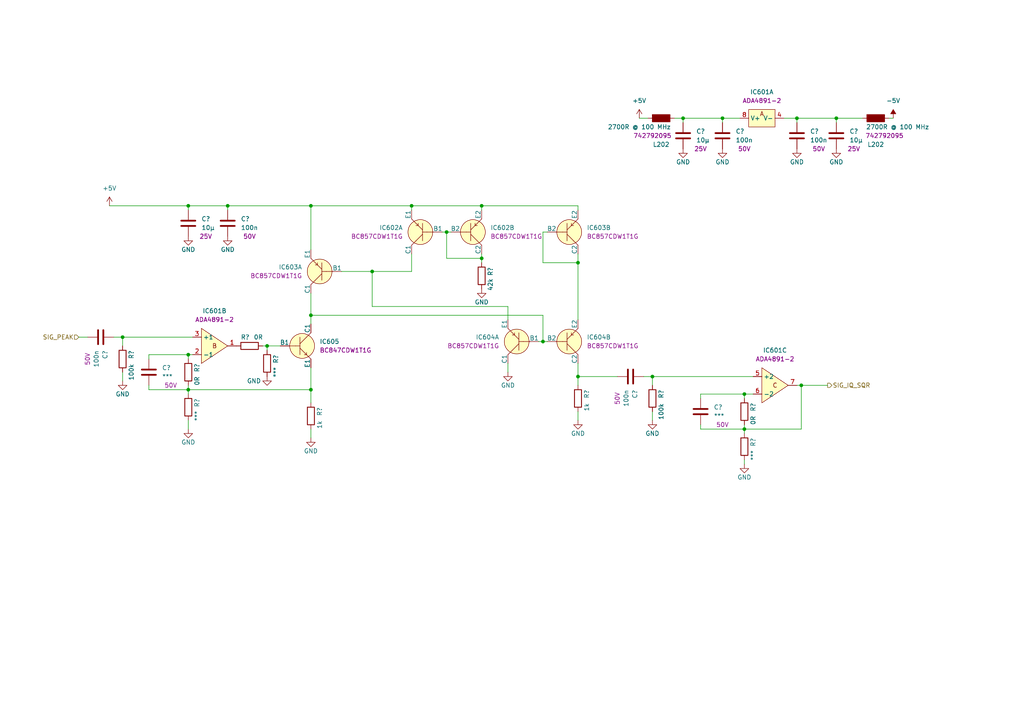
<source format=kicad_sch>
(kicad_sch (version 20230121) (generator eeschema)
  (paper "A4")
  (lib_symbols
    (symbol "ADA4891-2_1"
      (property "Reference" "IC" (at 0 10.16 0))
      (property "Part Number" "ADA4891-2" (at 0 7.62 0))
      (symbol "ADA4891-2_1_1_1"
        (rectangle (start -3.81 2.54) (end 3.81 -2.54) (fill (type background)))
        (text "A" (at 0 1.27 0) (effects (font (size 1.27 1.27))))
        (pin power_in line (at -6.35 0 0) (length 2.54) (name "V-") (number "4"))
        (pin power_in line (at 6.35 0 180) (length 2.54) (name "V+") (number "8"))
      )
      (symbol "ADA4891-2_1_2_1"
        (polyline (pts (xy -3.81 5.08) (xy -3.81 -5.08) (xy 3.81 0) (xy -3.81 5.08)) (fill (type background)))
        (text "B" (at 0 0 0) (effects (font (size 1.27 1.27))))
        (pin passive line (at 6.35 0 180) (length 2.54) (name "") (number "1"))
        (pin passive line (at -6.35 -2.54 0) (length 2.54) (name "-1") (number "2"))
        (pin passive line (at -6.35 2.54 0) (length 2.54) (name "+1") (number "3"))
      )
      (symbol "ADA4891-2_1_3_1"
        (polyline (pts (xy -3.81 5.08) (xy -3.81 -5.08) (xy 3.81 0) (xy -3.81 5.08)) (fill (type background)))
        (text "C" (at 0 0 0) (effects (font (size 1.27 1.27))))
        (pin input line (at -6.35 2.54 0) (length 2.54) (name "+2") (number "5"))
        (pin input line (at -6.35 -2.54 0) (length 2.54) (name "-2") (number "6"))
        (pin output line (at 6.35 0 180) (length 2.54) (name "") (number "7"))
      )
    )
    (symbol "ADA4891-2_2"
      (property "Reference" "IC" (at 0 10.16 0))
      (property "Part Number" "ADA4891-2" (at 0 7.62 0))
      (symbol "ADA4891-2_2_1_1"
        (rectangle (start -3.81 2.54) (end 3.81 -2.54) (fill (type background)))
        (text "A" (at 0 1.27 0) (effects (font (size 1.27 1.27))))
        (pin power_in line (at -6.35 0 0) (length 2.54) (name "V-") (number "4"))
        (pin power_in line (at 6.35 0 180) (length 2.54) (name "V+") (number "8"))
      )
      (symbol "ADA4891-2_2_2_1"
        (polyline (pts (xy -3.81 5.08) (xy -3.81 -5.08) (xy 3.81 0) (xy -3.81 5.08)) (fill (type background)))
        (text "B" (at 0 0 0) (effects (font (size 1.27 1.27))))
        (pin passive line (at 6.35 0 180) (length 2.54) (name "") (number "1"))
        (pin passive line (at -6.35 -2.54 0) (length 2.54) (name "-1") (number "2"))
        (pin passive line (at -6.35 2.54 0) (length 2.54) (name "+1") (number "3"))
      )
      (symbol "ADA4891-2_2_3_1"
        (polyline (pts (xy -3.81 5.08) (xy -3.81 -5.08) (xy 3.81 0) (xy -3.81 5.08)) (fill (type background)))
        (text "C" (at 0 0 0) (effects (font (size 1.27 1.27))))
        (pin input line (at -6.35 2.54 0) (length 2.54) (name "+2") (number "5"))
        (pin input line (at -6.35 -2.54 0) (length 2.54) (name "-2") (number "6"))
        (pin output line (at 6.35 0 180) (length 2.54) (name "") (number "7"))
      )
    )
    (symbol "BestParts_ICs:ADA4891-2"
      (property "Reference" "IC" (at 0 10.16 0))
      (property "Part Number" "ADA4891-2" (at 0 7.62 0))
      (symbol "ADA4891-2_1_1"
        (rectangle (start -3.81 2.54) (end 3.81 -2.54) (fill (type background)))
        (text "A" (at 0 1.27 0) (effects (font (size 1.27 1.27))))
        (pin power_in line (at -6.35 0 0) (length 2.54) (name "V-") (number "4"))
        (pin power_in line (at 6.35 0 180) (length 2.54) (name "V+") (number "8"))
      )
      (symbol "ADA4891-2_2_1"
        (polyline (pts (xy -3.81 5.08) (xy -3.81 -5.08) (xy 3.81 0) (xy -3.81 5.08)) (fill (type background)))
        (text "B" (at 0 0 0) (effects (font (size 1.27 1.27))))
        (pin passive line (at 6.35 0 180) (length 2.54) (name "") (number "1"))
        (pin passive line (at -6.35 -2.54 0) (length 2.54) (name "-1") (number "2"))
        (pin passive line (at -6.35 2.54 0) (length 2.54) (name "+1") (number "3"))
      )
      (symbol "ADA4891-2_3_1"
        (polyline (pts (xy -3.81 5.08) (xy -3.81 -5.08) (xy 3.81 0) (xy -3.81 5.08)) (fill (type background)))
        (text "C" (at 0 0 0) (effects (font (size 1.27 1.27))))
        (pin input line (at -6.35 2.54 0) (length 2.54) (name "+2") (number "5"))
        (pin input line (at -6.35 -2.54 0) (length 2.54) (name "-2") (number "6"))
        (pin output line (at 6.35 0 180) (length 2.54) (name "") (number "7"))
      )
    )
    (symbol "BestParts_ICs:BC847C-1" (pin_numbers hide) (pin_names (offset 0))
      (property "Reference" "IC" (at 0 15.24 0))
      (property "Part Number" "BC847CDW1T1G " (at 0 12.7 0))
      (symbol "BC847C-1_1_1"
        (polyline (pts (xy -1.905 0) (xy -3.81 0)))
        (polyline (pts (xy -0.635 -0.635) (xy 1.27 -2.54)))
        (polyline (pts (xy -0.635 0) (xy -1.905 0)))
        (polyline (pts (xy -0.635 0.635) (xy 1.27 2.54)))
        (polyline (pts (xy -0.635 2.54) (xy -0.635 -2.54)))
        (polyline (pts (xy 1.27 -2.54) (xy 0.635 -2.54)))
        (polyline (pts (xy 1.27 -2.54) (xy 1.27 -1.905)))
        (polyline (pts (xy 1.27 -2.54) (xy 2.54 -3.81)))
        (polyline (pts (xy 1.27 2.54) (xy 2.54 3.81)))
        (circle (center 0 0) (radius 3.5921) (fill (type background)))
        (pin passive line (at -6.35 0 0) (length 2.54) (name "B1") (number "1"))
        (pin passive line (at 2.54 -6.35 90) (length 2.54) (name "E1") (number "2"))
        (pin passive line (at 2.54 6.35 270) (length 2.54) (name "C1") (number "3"))
      )
    )
    (symbol "BestParts_ICs:BC857C-2" (pin_numbers hide) (pin_names (offset 0))
      (property "Reference" "IC" (at 0 15.24 0))
      (property "Part Number" "BC857CDW1T1G" (at 0 12.7 0))
      (symbol "BC857C-2_1_1"
        (polyline (pts (xy -1.905 0) (xy -3.81 0)))
        (polyline (pts (xy -0.635 -0.635) (xy 1.27 -2.54)))
        (polyline (pts (xy -0.635 0) (xy -1.905 0)))
        (polyline (pts (xy -0.635 0.635) (xy 1.27 2.54)))
        (polyline (pts (xy -0.635 2.54) (xy -0.635 -2.54)))
        (polyline (pts (xy 0.635 -1.905) (xy 0.635 -2.54)))
        (polyline (pts (xy 0.635 -1.905) (xy 1.27 -1.905)))
        (polyline (pts (xy 1.27 -2.54) (xy 2.54 -3.81)))
        (polyline (pts (xy 1.27 2.54) (xy 2.54 3.81)))
        (circle (center 0 0) (radius 3.5921) (fill (type background)))
        (pin passive line (at 2.54 6.35 270) (length 2.54) (name "C1") (number "3"))
        (pin passive line (at 2.54 -6.35 90) (length 2.54) (name "E1") (number "4"))
        (pin passive line (at -6.35 0 0) (length 2.54) (name "B1") (number "5"))
      )
      (symbol "BC857C-2_2_1"
        (polyline (pts (xy -1.905 0) (xy -3.81 0)))
        (polyline (pts (xy -0.635 -0.635) (xy 1.27 -2.54)))
        (polyline (pts (xy -0.635 0) (xy -1.905 0)))
        (polyline (pts (xy -0.635 0.635) (xy 1.27 2.54)))
        (polyline (pts (xy -0.635 2.54) (xy -0.635 -2.54)))
        (polyline (pts (xy 0.635 -1.905) (xy 0.635 -2.54)))
        (polyline (pts (xy 0.635 -1.905) (xy 1.27 -1.905)))
        (polyline (pts (xy 1.27 -2.54) (xy 2.54 -3.81)))
        (polyline (pts (xy 1.27 2.54) (xy 2.54 3.81)))
        (circle (center 0 0) (radius 3.5921) (fill (type background)))
        (pin passive line (at 2.54 -6.35 90) (length 2.54) (name "E2") (number "1"))
        (pin passive line (at -6.35 0 0) (length 2.54) (name "B2") (number "2"))
        (pin passive line (at 2.54 6.35 270) (length 2.54) (name "C2") (number "6"))
      )
    )
    (symbol "Device:C" (pin_numbers hide) (pin_names (offset 0.254))
      (property "Reference" "C" (at 0.635 2.54 0))
      (property "Value" "C" (at 0.635 -2.54 0))
      (symbol "C_0_1"
        (polyline (pts (xy -2.032 -0.762) (xy 2.032 -0.762)) (stroke (width 0.508)))
        (polyline (pts (xy -2.032 0.762) (xy 2.032 0.762)) (stroke (width 0.508)))
      )
      (symbol "C_1_1"
        (pin passive line (at 0 3.81 270) (length 2.794) (name "~") (number "1"))
        (pin passive line (at 0 -3.81 90) (length 2.794) (name "~") (number "2"))
      )
    )
    (symbol "Device:R" (pin_numbers hide) (pin_names (offset 0))
      (property "Reference" "R" (at 2.032 0 90))
      (property "Value" "R" (at 0 0 90))
      (symbol "R_0_1"
        (rectangle (start -1.016 -2.54) (end 1.016 2.54) (stroke (width 0.254)))
      )
      (symbol "R_1_1"
        (pin passive line (at 0 3.81 270) (length 1.27) (name "~") (number "1"))
        (pin passive line (at 0 -3.81 90) (length 1.27) (name "~") (number "2"))
      )
    )
    (symbol "Ferrit_1" (pin_numbers hide)
      (property "Reference" "L" (at 0 2.54 0))
      (symbol "Ferrit_1_1_1"
        (rectangle (start -2.54 1.016) (end 2.54 -1.016) (stroke (width 0.254)) (fill (type outline)))
        (pin passive line (at -3.81 0 0) (length 1.27) (name "") (number "1"))
        (pin passive line (at 3.81 0 180) (length 1.27) (name "") (number "2"))
      )
    )
    (symbol "power:+5V" (power) (pin_names (offset 0))
      (property "Value" "+5V" (at 0 3.556 0))
      (symbol "+5V_0_1"
        (polyline (pts (xy -0.762 1.27) (xy 0 2.54)))
        (polyline (pts (xy 0 0) (xy 0 2.54)))
        (polyline (pts (xy 0 2.54) (xy 0.762 1.27)))
      )
      (symbol "+5V_1_1"
        (pin power_in line (at 0 0 90) (length 0) hide (name "+5V") (number "1"))
      )
    )
    (symbol "power:-5V" (power) (pin_names (offset 0))
      (property "Value" "-5V" (at 0 3.81 0))
      (symbol "-5V_0_0"
        (pin power_in line (at 0 0 90) (length 0) hide (name "-5V") (number "1"))
      )
      (symbol "-5V_0_1"
        (polyline (pts (xy 0 0) (xy 0 1.27) (xy 0.762 1.27) (xy 0 2.54) (xy -0.762 1.27) (xy 0 1.27)) (fill (type outline)))
      )
    )
    (symbol "power:GND" (power) (pin_names (offset 0))
      (property "Value" "GND" (at 0 -3.81 0))
      (symbol "GND_0_1"
        (polyline (pts (xy 0 0) (xy 0 -1.27) (xy 1.27 -1.27) (xy 0 -2.54) (xy -1.27 -1.27) (xy 0 -1.27)))
      )
      (symbol "GND_1_1"
        (pin power_in line (at 0 0 270) (length 0) hide (name "GND") (number "1"))
      )
    )
  )
  (junction (at 90.17 91.44))
  (junction (at 232.41 111.76))
  (junction (at 139.7 74.93))
  (junction (at 54.61 102.87))
  (junction (at 157.48 99.06))
  (junction (at 90.17 113.03))
  (junction (at 35.56 97.79))
  (junction (at 198.12 34.29))
  (junction (at 215.9 114.3))
  (junction (at 119.38 59.69))
  (junction (at 66.04 59.69))
  (junction (at 215.9 124.46))
  (junction (at 129.54 67.31))
  (junction (at 54.61 113.03))
  (junction (at 167.64 109.22))
  (junction (at 242.57 34.29))
  (junction (at 231.14 34.29))
  (junction (at 139.7 59.69))
  (junction (at 54.61 59.69))
  (junction (at 90.17 59.69))
  (junction (at 167.64 76.2))
  (junction (at 189.23 109.22))
  (junction (at 209.55 34.29))
  (junction (at 77.47 100.33))
  (junction (at 107.95 78.74))
  (wire (pts (xy 242.57 34.29) (xy 242.57 35.56)))
  (wire (pts (xy 99.06 78.74) (xy 107.95 78.74)))
  (wire (pts (xy 43.18 102.87) (xy 43.18 104.14)))
  (wire (pts (xy 31.75 59.69) (xy 54.61 59.69)))
  (wire (pts (xy 215.9 114.3) (xy 218.44 114.3)))
  (wire (pts (xy 231.14 34.29) (xy 231.14 35.56)))
  (wire (pts (xy 198.12 34.29) (xy 209.55 34.29)))
  (wire (pts (xy 107.95 78.74) (xy 107.95 88.9)))
  (wire (pts (xy 128.27 67.31) (xy 129.54 67.31)))
  (wire (pts (xy 215.9 124.46) (xy 232.41 124.46)))
  (wire (pts (xy 54.61 111.76) (xy 54.61 113.03)))
  (wire (pts (xy 54.61 102.87) (xy 55.88 102.87)))
  (wire (pts (xy 54.61 113.03) (xy 90.17 113.03)))
  (wire (pts (xy 35.56 97.79) (xy 35.56 100.33)))
  (wire (pts (xy 227.33 34.29) (xy 231.14 34.29)))
  (wire (pts (xy 186.69 109.22) (xy 189.23 109.22)))
  (wire (pts (xy 195.58 34.29) (xy 198.12 34.29)))
  (wire (pts (xy 250.19 34.29) (xy 242.57 34.29)))
  (wire (pts (xy 90.17 59.69) (xy 119.38 59.69)))
  (wire (pts (xy 167.64 59.69) (xy 167.64 60.96)))
  (wire (pts (xy 259.08 34.29) (xy 257.81 34.29)))
  (wire (pts (xy 90.17 113.03) (xy 90.17 116.84)))
  (wire (pts (xy 147.32 88.9) (xy 147.32 92.71)))
  (wire (pts (xy 231.14 34.29) (xy 242.57 34.29)))
  (wire (pts (xy 119.38 59.69) (xy 119.38 60.96)))
  (wire (pts (xy 156.21 99.06) (xy 157.48 99.06)))
  (wire (pts (xy 107.95 88.9) (xy 147.32 88.9)))
  (wire (pts (xy 129.54 74.93) (xy 139.7 74.93)))
  (wire (pts (xy 167.64 109.22) (xy 179.07 109.22)))
  (wire (pts (xy 139.7 73.66) (xy 139.7 74.93)))
  (wire (pts (xy 43.18 113.03) (xy 43.18 111.76)))
  (wire (pts (xy 129.54 67.31) (xy 129.54 74.93)))
  (wire (pts (xy 203.2 124.46) (xy 203.2 123.19)))
  (wire (pts (xy 76.2 100.33) (xy 77.47 100.33)))
  (wire (pts (xy 157.48 76.2) (xy 167.64 76.2)))
  (wire (pts (xy 129.54 67.31) (xy 130.81 67.31)))
  (wire (pts (xy 215.9 114.3) (xy 215.9 115.57)))
  (wire (pts (xy 157.48 99.06) (xy 158.75 99.06)))
  (wire (pts (xy 54.61 59.69) (xy 54.61 60.96)))
  (wire (pts (xy 185.42 34.29) (xy 187.96 34.29)))
  (wire (pts (xy 157.48 67.31) (xy 157.48 76.2)))
  (wire (pts (xy 35.56 97.79) (xy 55.88 97.79)))
  (wire (pts (xy 139.7 59.69) (xy 167.64 59.69)))
  (wire (pts (xy 35.56 107.95) (xy 35.56 110.49)))
  (wire (pts (xy 54.61 59.69) (xy 66.04 59.69)))
  (wire (pts (xy 167.64 73.66) (xy 167.64 76.2)))
  (wire (pts (xy 90.17 59.69) (xy 90.17 72.39)))
  (wire (pts (xy 43.18 113.03) (xy 54.61 113.03)))
  (wire (pts (xy 167.64 109.22) (xy 167.64 111.76)))
  (wire (pts (xy 54.61 121.92) (xy 54.61 124.46)))
  (wire (pts (xy 203.2 114.3) (xy 203.2 115.57)))
  (wire (pts (xy 33.02 97.79) (xy 35.56 97.79)))
  (wire (pts (xy 139.7 59.69) (xy 139.7 60.96)))
  (wire (pts (xy 167.64 76.2) (xy 167.64 92.71)))
  (wire (pts (xy 198.12 34.29) (xy 198.12 35.56)))
  (wire (pts (xy 232.41 111.76) (xy 232.41 124.46)))
  (wire (pts (xy 54.61 113.03) (xy 54.61 114.3)))
  (wire (pts (xy 147.32 105.41) (xy 147.32 107.95)))
  (wire (pts (xy 22.86 97.79) (xy 25.4 97.79)))
  (wire (pts (xy 167.64 119.38) (xy 167.64 121.92)))
  (wire (pts (xy 203.2 124.46) (xy 215.9 124.46)))
  (wire (pts (xy 77.47 100.33) (xy 77.47 101.6)))
  (wire (pts (xy 232.41 111.76) (xy 240.03 111.76)))
  (wire (pts (xy 66.04 59.69) (xy 66.04 60.96)))
  (wire (pts (xy 119.38 59.69) (xy 139.7 59.69)))
  (wire (pts (xy 54.61 102.87) (xy 54.61 104.14)))
  (wire (pts (xy 215.9 133.35) (xy 215.9 134.62)))
  (wire (pts (xy 90.17 106.68) (xy 90.17 113.03)))
  (wire (pts (xy 157.48 67.31) (xy 158.75 67.31)))
  (wire (pts (xy 77.47 100.33) (xy 81.28 100.33)))
  (wire (pts (xy 157.48 91.44) (xy 157.48 99.06)))
  (wire (pts (xy 231.14 111.76) (xy 232.41 111.76)))
  (wire (pts (xy 90.17 85.09) (xy 90.17 91.44)))
  (wire (pts (xy 119.38 73.66) (xy 119.38 78.74)))
  (wire (pts (xy 107.95 78.74) (xy 119.38 78.74)))
  (wire (pts (xy 215.9 124.46) (xy 215.9 125.73)))
  (wire (pts (xy 189.23 119.38) (xy 189.23 121.92)))
  (wire (pts (xy 203.2 114.3) (xy 215.9 114.3)))
  (wire (pts (xy 209.55 34.29) (xy 214.63 34.29)))
  (wire (pts (xy 139.7 74.93) (xy 139.7 76.2)))
  (wire (pts (xy 90.17 124.46) (xy 90.17 127)))
  (wire (pts (xy 189.23 109.22) (xy 218.44 109.22)))
  (wire (pts (xy 66.04 59.69) (xy 90.17 59.69)))
  (wire (pts (xy 167.64 105.41) (xy 167.64 109.22)))
  (wire (pts (xy 189.23 109.22) (xy 189.23 111.76)))
  (wire (pts (xy 209.55 34.29) (xy 209.55 35.56)))
  (wire (pts (xy 43.18 102.87) (xy 54.61 102.87)))
  (wire (pts (xy 90.17 91.44) (xy 90.17 93.98)))
  (wire (pts (xy 90.17 91.44) (xy 157.48 91.44)))
  (wire (pts (xy 215.9 123.19) (xy 215.9 124.46)))
  (hierarchical_label "SIG_PEAK" (shape input) (at 22.86 97.79 180))
  (hierarchical_label "SIG_IQ_SQR" (shape output) (at 240.03 111.76 0))
  (symbol (lib_id "Device:R") (at 139.7 80.01 0) (unit 1)
    (property "Reference" "R?" (at 142.24 78.74 90))
    (property "Value" "42k" (at 142.24 82.55 90))
    (property "Footprint" "BestParts_Resistors:R_0603" (effects hide))
    (property "Part Number" "Generic" (effects hide))
    (instances (project "Analog_Calc_V2" (path "" (reference "R?") (unit 1)) (path "" (reference "R?") (unit 1)) (path "" (reference "R?") (unit 1)) (path "" (reference "R?") (unit 1)) (path "" (reference "R601") (unit 1))))
  )
  (symbol (lib_id "Device:C") (at 182.88 109.22 270) (unit 1)
    (property "Reference" "C?" (at 184.15 113.03 0) (effects (justify left)))
    (property "Value" "100n" (at 181.61 113.03 0) (effects (justify left)))
    (property "Footprint" "BestParts_Caps:C_0603" (effects hide))
    (property "Voltage" "50V" (at 179.07 115.57 0))
    (instances (project "Analog_Calc_V2" (path "" (reference "C?") (unit 1)) (path "" (reference "C?") (unit 1)) (path "" (reference "C421") (unit 1)) (path "" (reference "C506") (unit 1)) (path "" (reference "C710") (unit 1))))
  )
  (symbol (lib_id "Device:R") (at 167.64 115.57 0) (unit 1)
    (property "Reference" "R?" (at 170.18 114.3 90))
    (property "Value" "1k" (at 170.18 118.11 90))
    (property "Footprint" "BestParts_Resistors:R_0603" (effects hide))
    (property "Part Number" "Generic" (effects hide))
    (instances (project "Analog_Calc_V2" (path "" (reference "R?") (unit 1)) (path "" (reference "R?") (unit 1)) (path "" (reference "R?") (unit 1)) (path "" (reference "R?") (unit 1)) (path "" (reference "R603") (unit 1))))
  )
  (symbol (lib_name "ADA4891-2_1") (lib_id "BestParts_ICs:ADA4891-2") (at 224.79 111.76 0) (unit 3)
    (property "Reference" "IC601" (at 224.79 101.6 0))
    (property "Value" "*" (effects hide))
    (property "Footprint" "BestParts_ICs:ADA4891-2 - SOIC-8" (effects hide))
    (property "Part Number" "ADA4891-2" (at 224.79 104.14 0))
    (property "Manufacturer" "Analog Devices" (effects hide))
  )
  (symbol (lib_id "Device:C") (at 242.57 39.37 0) (unit 1)
    (property "Reference" "C?" (at 246.38 38.1 0) (effects (justify left)))
    (property "Value" "10µ" (at 246.38 40.64 0) (effects (justify left)))
    (property "Footprint" "BestParts_Caps:C_0603" (effects hide))
    (property "Voltage" "25V" (at 247.65 43.18 0))
    (instances (project "Analog_Calc_V2" (path "" (reference "C?") (unit 1)) (path "" (reference "C?") (unit 1)) (path "" (reference "C?") (unit 1)) (path "" (reference "C604") (unit 1))))
  )
  (symbol (lib_id "Device:R") (at 77.47 105.41 0) (unit 1)
    (property "Reference" "R?" (at 80.01 104.14 90))
    (property "Value" "***" (at 80.01 107.95 90))
    (property "Footprint" "BestParts_Resistors:R_0603" (effects hide))
    (property "Part Number" "Generic" (effects hide))
    (instances (project "Analog_Calc_V2" (path "" (reference "R?") (unit 1)) (path "" (reference "R?") (unit 1)) (path "" (reference "R?") (unit 1)) (path "" (reference "R?") (unit 1)) (path "" (reference "R711") (unit 1))))
  )
  (symbol (lib_id "power:GND") (at 54.61 68.58 0) (unit 1)
    (property "Reference" "#PWR?" (effects hide))
    (property "Value" "GND" (at 54.61 72.39 0))
    (instances (project "Analog_Calc_V2" (path "" (reference "#PWR?") (unit 1)) (path "" (reference "#PWR?") (unit 1)) (path "" (reference "#PWR0608") (unit 1))))
  )
  (symbol (lib_id "power:GND") (at 215.9 134.62 0) (unit 1)
    (property "Reference" "#PWR?" (effects hide))
    (property "Value" "GND" (at 215.9 138.43 0))
    (instances (project "Analog_Calc_V2" (path "" (reference "#PWR?") (unit 1)) (path "" (reference "#PWR?") (unit 1)) (path "" (reference "#PWR0712") (unit 1))))
  )
  (symbol (lib_id "Device:R") (at 90.17 120.65 0) (unit 1)
    (property "Reference" "R?" (at 92.71 119.38 90))
    (property "Value" "1k" (at 92.71 123.19 90))
    (property "Footprint" "BestParts_Resistors:R_0603" (effects hide))
    (property "Part Number" "Generic" (effects hide))
    (instances (project "Analog_Calc_V2" (path "" (reference "R?") (unit 1)) (path "" (reference "R?") (unit 1)) (path "" (reference "R?") (unit 1)) (path "" (reference "R?") (unit 1)) (path "" (reference "R602") (unit 1))))
  )
  (symbol (lib_id "power:-5V") (at 259.08 34.29 0) (unit 1)
    (property "Reference" "#PWR?" (effects hide))
    (property "Value" "-5V" (at 259.08 29.21 0))
    (instances (project "Analog_Calc_V2" (path "" (reference "#PWR?") (unit 1)) (path "" (reference "#PWR?") (unit 1)) (path "" (reference "#PWR0602") (unit 1))))
  )
  (symbol (lib_id "Device:C") (at 54.61 64.77 0) (unit 1)
    (property "Reference" "C?" (at 58.42 63.5 0) (effects (justify left)))
    (property "Value" "10µ" (at 58.42 66.04 0) (effects (justify left)))
    (property "Footprint" "BestParts_Caps:C_0603" (effects hide))
    (property "Voltage" "25V" (at 59.69 68.58 0))
    (instances (project "Analog_Calc_V2" (path "" (reference "C?") (unit 1)) (path "" (reference "C?") (unit 1)) (path "" (reference "C?") (unit 1)) (path "" (reference "C605") (unit 1))))
  )
  (symbol (lib_id "power:GND") (at 66.04 68.58 0) (unit 1)
    (property "Reference" "#PWR?" (effects hide))
    (property "Value" "GND" (at 66.04 72.39 0))
    (instances (project "Analog_Calc_V2" (path "" (reference "#PWR?") (unit 1)) (path "" (reference "#PWR?") (unit 1)) (path "" (reference "#PWR0609") (unit 1))))
  )
  (symbol (lib_id "power:+5V") (at 31.75 59.69 0) (unit 1)
    (property "Reference" "#PWR?" (effects hide))
    (property "Value" "+5V" (at 31.75 54.61 0))
    (instances (project "Analog_Calc_V2" (path "" (reference "#PWR?") (unit 1)) (path "" (reference "#PWR?") (unit 1)) (path "" (reference "#PWR0607") (unit 1))))
  )
  (symbol (lib_id "Device:C") (at 203.2 119.38 0) (unit 1)
    (property "Reference" "C?" (at 207.01 118.11 0) (effects (justify left)))
    (property "Value" "***" (at 207.01 120.65 0) (effects (justify left)))
    (property "Footprint" "BestParts_Caps:C_0603" (effects hide))
    (property "Voltage" "50V" (at 209.55 123.19 0))
    (instances (project "Analog_Calc_V2" (path "" (reference "C?") (unit 1)) (path "" (reference "C?") (unit 1)) (path "" (reference "C421") (unit 1)) (path "" (reference "C506") (unit 1)) (path "" (reference "C709") (unit 1))))
  )
  (symbol (lib_id "power:GND") (at 231.14 43.18 0) (unit 1)
    (property "Reference" "#PWR?" (effects hide))
    (property "Value" "GND" (at 231.14 46.99 0))
    (instances (project "Analog_Calc_V2" (path "" (reference "#PWR?") (unit 1)) (path "" (reference "#PWR?") (unit 1)) (path "" (reference "#PWR0605") (unit 1))))
  )
  (symbol (lib_id "BestParts_ICs:BC857C-2") (at 165.1 67.31 0) (mirror x) (unit 2)
    (property "Reference" "IC603" (at 170.18 66.04 0) (effects (justify left)))
    (property "Value" "*" (effects hide))
    (property "Footprint" "BestParts_ICs:BC847C-2 - SC-70-6" (effects hide))
    (property "Datasheet" "https://www.mouser.de/datasheet/2/308/1/BC856BDW1T1_D-2310270.pdf" (effects hide))
    (property "Part Number" "BC857CDW1T1G" (at 170.18 68.58 0) (effects (justify left)))
  )
  (symbol (lib_id "Device:C") (at 209.55 39.37 0) (unit 1)
    (property "Reference" "C?" (at 213.36 38.1 0) (effects (justify left)))
    (property "Value" "100n" (at 213.36 40.64 0) (effects (justify left)))
    (property "Footprint" "BestParts_Caps:C_0603" (effects hide))
    (property "Voltage" "50V" (at 215.9 43.18 0))
    (instances (project "Analog_Calc_V2" (path "" (reference "C?") (unit 1)) (path "" (reference "C?") (unit 1)) (path "" (reference "C?") (unit 1)) (path "" (reference "C602") (unit 1))))
  )
  (symbol (lib_id "Device:C") (at 66.04 64.77 0) (unit 1)
    (property "Reference" "C?" (at 69.85 63.5 0) (effects (justify left)))
    (property "Value" "100n" (at 69.85 66.04 0) (effects (justify left)))
    (property "Footprint" "BestParts_Caps:C_0603" (effects hide))
    (property "Voltage" "50V" (at 72.39 68.58 0))
    (instances (project "Analog_Calc_V2" (path "" (reference "C?") (unit 1)) (path "" (reference "C?") (unit 1)) (path "" (reference "C?") (unit 1)) (path "" (reference "C606") (unit 1))))
  )
  (symbol (lib_id "Device:R") (at 54.61 118.11 0) (unit 1)
    (property "Reference" "R?" (at 57.15 116.84 90))
    (property "Value" "***" (at 57.15 120.65 90))
    (property "Footprint" "BestParts_Resistors:R_0603" (effects hide))
    (property "Part Number" "Generic" (effects hide))
    (instances (project "Analog_Calc_V2" (path "" (reference "R?") (unit 1)) (path "" (reference "R?") (unit 1)) (path "" (reference "R?") (unit 1)) (path "" (reference "R?") (unit 1)) (path "" (reference "R709") (unit 1))))
  )
  (symbol (lib_id "BestParts_ICs:BC857C-2") (at 137.16 67.31 0) (mirror x) (unit 2)
    (property "Reference" "IC602" (at 142.24 66.04 0) (effects (justify left)))
    (property "Value" "*" (effects hide))
    (property "Footprint" "BestParts_ICs:BC847C-2 - SC-70-6" (effects hide))
    (property "Datasheet" "https://www.mouser.de/datasheet/2/308/1/BC856BDW1T1_D-2310270.pdf" (effects hide))
    (property "Part Number" "BC857CDW1T1G" (at 142.24 68.58 0) (effects (justify left)))
  )
  (symbol (lib_id "power:GND") (at 54.61 124.46 0) (unit 1)
    (property "Reference" "#PWR?" (effects hide))
    (property "Value" "GND" (at 54.61 128.27 0))
    (instances (project "Analog_Calc_V2" (path "" (reference "#PWR?") (unit 1)) (path "" (reference "#PWR?") (unit 1)) (path "" (reference "#PWR0710") (unit 1))))
  )
  (symbol (lib_id "Device:R") (at 35.56 104.14 0) (unit 1)
    (property "Reference" "R?" (at 38.1 102.87 90))
    (property "Value" "100k" (at 38.1 107.95 90))
    (property "Footprint" "BestParts_Resistors:R_0603" (effects hide))
    (property "Part Number" "Generic" (effects hide))
    (instances (project "Analog_Calc_V2" (path "" (reference "R?") (unit 1)) (path "" (reference "R?") (unit 1)) (path "" (reference "R?") (unit 1)) (path "" (reference "R506") (unit 1)) (path "" (reference "R707") (unit 1))))
  )
  (symbol (lib_id "power:+5V") (at 185.42 34.29 0) (unit 1)
    (property "Reference" "#PWR?" (effects hide))
    (property "Value" "+5V" (at 185.42 29.21 0))
    (instances (project "Analog_Calc_V2" (path "" (reference "#PWR?") (unit 1)) (path "" (reference "#PWR?") (unit 1)) (path "" (reference "#PWR0601") (unit 1))))
  )
  (symbol (lib_id "BestParts_ICs:BC857C-2") (at 165.1 99.06 0) (mirror x) (unit 2)
    (property "Reference" "IC604" (at 170.18 97.79 0) (effects (justify left)))
    (property "Value" "*" (effects hide))
    (property "Footprint" "BestParts_ICs:BC847C-2 - SC-70-6" (effects hide))
    (property "Datasheet" "https://www.mouser.de/datasheet/2/308/1/BC856BDW1T1_D-2310270.pdf" (effects hide))
    (property "Part Number" "BC857CDW1T1G" (at 170.18 100.33 0) (effects (justify left)))
  )
  (symbol (lib_id "Device:R") (at 215.9 129.54 0) (unit 1)
    (property "Reference" "R?" (at 218.44 128.27 90))
    (property "Value" "***" (at 218.44 132.08 90))
    (property "Footprint" "BestParts_Resistors:R_0603" (effects hide))
    (property "Part Number" "Generic" (effects hide))
    (instances (project "Analog_Calc_V2" (path "" (reference "R?") (unit 1)) (path "" (reference "R?") (unit 1)) (path "" (reference "R?") (unit 1)) (path "" (reference "R?") (unit 1)) (path "" (reference "R713") (unit 1))))
  )
  (symbol (lib_id "Device:C") (at 29.21 97.79 270) (unit 1)
    (property "Reference" "C?" (at 30.48 101.6 0) (effects (justify left)))
    (property "Value" "100n" (at 27.94 101.6 0) (effects (justify left)))
    (property "Footprint" "BestParts_Caps:C_0603" (effects hide))
    (property "Voltage" "50V" (at 25.4 104.14 0))
    (instances (project "Analog_Calc_V2" (path "" (reference "C?") (unit 1)) (path "" (reference "C?") (unit 1)) (path "" (reference "C421") (unit 1)) (path "" (reference "C506") (unit 1)) (path "" (reference "C707") (unit 1))))
  )
  (symbol (lib_id "Device:R") (at 189.23 115.57 0) (unit 1)
    (property "Reference" "R?" (at 191.77 114.3 90))
    (property "Value" "100k" (at 191.77 119.38 90))
    (property "Footprint" "BestParts_Resistors:R_0603" (effects hide))
    (property "Part Number" "Generic" (effects hide))
    (instances (project "Analog_Calc_V2" (path "" (reference "R?") (unit 1)) (path "" (reference "R?") (unit 1)) (path "" (reference "R?") (unit 1)) (path "" (reference "R506") (unit 1)) (path "" (reference "R714") (unit 1))))
  )
  (symbol (lib_id "power:GND") (at 189.23 121.92 0) (unit 1)
    (property "Reference" "#PWR?" (effects hide))
    (property "Value" "GND" (at 189.23 125.73 0))
    (instances (project "Analog_Calc_V2" (path "" (reference "#PWR?") (unit 1)) (path "" (reference "#PWR?") (unit 1)) (path "" (reference "#PWR0713") (unit 1))))
  )
  (symbol (lib_id "power:GND") (at 90.17 127 0) (unit 1)
    (property "Reference" "#PWR?" (effects hide))
    (property "Value" "GND" (at 90.17 130.81 0))
    (instances (project "Analog_Calc_V2" (path "" (reference "#PWR?") (unit 1)) (path "" (reference "#PWR?") (unit 1)) (path "" (reference "#PWR0612") (unit 1))))
  )
  (symbol (lib_id "BestParts_ICs:BC847C-1") (at 87.63 100.33 0) (unit 1)
    (property "Reference" "IC605" (at 92.71 99.06 0) (effects (justify left)))
    (property "Value" "*" (effects hide))
    (property "Footprint" "BestParts_ICs:BC847C-1 - SC-70-3" (effects hide))
    (property "Datasheet" "https://www.mouser.de/datasheet/2/308/1/BC846BDW1T1_D-2310328.pdf" (effects hide))
    (property "Part Number" "BC847CDW1T1G " (at 92.71 101.6 0) (effects (justify left)))
  )
  (symbol (lib_id "Device:R") (at 54.61 107.95 0) (unit 1)
    (property "Reference" "R?" (at 57.15 106.68 90))
    (property "Value" "0R" (at 57.15 110.49 90))
    (property "Footprint" "BestParts_Resistors:R_0603" (effects hide))
    (property "Part Number" "Generic" (effects hide))
    (instances (project "Analog_Calc_V2" (path "" (reference "R?") (unit 1)) (path "" (reference "R?") (unit 1)) (path "" (reference "R?") (unit 1)) (path "" (reference "R?") (unit 1)) (path "" (reference "R708") (unit 1))))
  )
  (symbol (lib_name "Ferrit_1") (lib_id "BestParts_Inductors:Ferrit") (at 254 34.29 0) (mirror x) (unit 1)
    (property "Reference" "L202" (at 254 41.91 0))
    (property "Value" "2700R @ 100 MHz" (at 260.35 36.83 0))
    (property "Footprint" "BestParts_Resistors:R_0805" (effects hide))
    (property "Part Number" "742792095" (at 256.54 39.37 0))
    (instances (project "Analog_Calc_V2" (path "" (reference "L202") (unit 1)) (path "" (reference "L303") (unit 1)) (path "" (reference "L405") (unit 1)) (path "" (reference "L501") (unit 1)) (path "" (reference "L702") (unit 1))))
  )
  (symbol (lib_id "Device:C") (at 231.14 39.37 0) (unit 1)
    (property "Reference" "C?" (at 234.95 38.1 0) (effects (justify left)))
    (property "Value" "100n" (at 234.95 40.64 0) (effects (justify left)))
    (property "Footprint" "BestParts_Caps:C_0603" (effects hide))
    (property "Voltage" "50V" (at 237.49 43.18 0))
    (instances (project "Analog_Calc_V2" (path "" (reference "C?") (unit 1)) (path "" (reference "C?") (unit 1)) (path "" (reference "C?") (unit 1)) (path "" (reference "C603") (unit 1))))
  )
  (symbol (lib_id "power:GND") (at 209.55 43.18 0) (unit 1)
    (property "Reference" "#PWR?" (effects hide))
    (property "Value" "GND" (at 209.55 46.99 0))
    (instances (project "Analog_Calc_V2" (path "" (reference "#PWR?") (unit 1)) (path "" (reference "#PWR?") (unit 1)) (path "" (reference "#PWR0604") (unit 1))))
  )
  (symbol (lib_id "power:GND") (at 198.12 43.18 0) (unit 1)
    (property "Reference" "#PWR?" (effects hide))
    (property "Value" "GND" (at 198.12 46.99 0))
    (instances (project "Analog_Calc_V2" (path "" (reference "#PWR?") (unit 1)) (path "" (reference "#PWR?") (unit 1)) (path "" (reference "#PWR0603") (unit 1))))
  )
  (symbol (lib_id "Device:C") (at 43.18 107.95 0) (unit 1)
    (property "Reference" "C?" (at 46.99 106.68 0) (effects (justify left)))
    (property "Value" "***" (at 46.99 109.22 0) (effects (justify left)))
    (property "Footprint" "BestParts_Caps:C_0603" (effects hide))
    (property "Voltage" "50V" (at 49.53 111.76 0))
    (instances (project "Analog_Calc_V2" (path "" (reference "C?") (unit 1)) (path "" (reference "C?") (unit 1)) (path "" (reference "C421") (unit 1)) (path "" (reference "C506") (unit 1)) (path "" (reference "C708") (unit 1))))
  )
  (symbol (lib_id "power:GND") (at 35.56 110.49 0) (unit 1)
    (property "Reference" "#PWR?" (effects hide))
    (property "Value" "GND" (at 35.56 114.3 0))
    (instances (project "Analog_Calc_V2" (path "" (reference "#PWR?") (unit 1)) (path "" (reference "#PWR?") (unit 1)) (path "" (reference "#PWR0709") (unit 1))))
  )
  (symbol (lib_id "BestParts_ICs:BC857C-2") (at 121.92 67.31 180) (unit 1)
    (property "Reference" "IC602" (at 116.84 66.04 0) (effects (justify left)))
    (property "Value" "*" (effects hide))
    (property "Footprint" "BestParts_ICs:BC847C-2 - SC-70-6" (effects hide))
    (property "Datasheet" "https://www.mouser.de/datasheet/2/308/1/BC856BDW1T1_D-2310270.pdf" (effects hide))
    (property "Part Number" "BC857CDW1T1G" (at 116.84 68.58 0) (effects (justify left)))
  )
  (symbol (lib_name "Ferrit_1") (lib_id "BestParts_Inductors:Ferrit") (at 191.77 34.29 180) (unit 1)
    (property "Reference" "L202" (at 191.77 41.91 0))
    (property "Value" "2700R @ 100 MHz" (at 185.42 36.83 0))
    (property "Footprint" "BestParts_Resistors:R_0805" (effects hide))
    (property "Part Number" "742792095" (at 189.23 39.37 0))
    (instances (project "Analog_Calc_V2" (path "" (reference "L202") (unit 1)) (path "" (reference "L303") (unit 1)) (path "" (reference "L405") (unit 1)) (path "" (reference "L501") (unit 1)) (path "" (reference "L701") (unit 1))))
  )
  (symbol (lib_id "power:GND") (at 242.57 43.18 0) (unit 1)
    (property "Reference" "#PWR?" (effects hide))
    (property "Value" "GND" (at 242.57 46.99 0))
    (instances (project "Analog_Calc_V2" (path "" (reference "#PWR?") (unit 1)) (path "" (reference "#PWR?") (unit 1)) (path "" (reference "#PWR0606") (unit 1))))
  )
  (symbol (lib_id "BestParts_ICs:BC857C-2") (at 92.71 78.74 180) (unit 1)
    (property "Reference" "IC603" (at 87.63 77.47 0) (effects (justify left)))
    (property "Value" "*" (effects hide))
    (property "Footprint" "BestParts_ICs:BC847C-2 - SC-70-6" (effects hide))
    (property "Datasheet" "https://www.mouser.de/datasheet/2/308/1/BC856BDW1T1_D-2310270.pdf" (effects hide))
    (property "Part Number" "BC857CDW1T1G" (at 87.63 80.01 0) (effects (justify left)))
  )
  (symbol (lib_name "ADA4891-2_2") (lib_id "BestParts_ICs:ADA4891-2") (at 62.23 100.33 0) (unit 2)
    (property "Reference" "IC601" (at 62.23 90.17 0))
    (property "Value" "*" (effects hide))
    (property "Footprint" "BestParts_ICs:ADA4891-2 - SOIC-8" (effects hide))
    (property "Part Number" "ADA4891-2" (at 62.23 92.71 0))
    (property "Manufacturer" "Analog Devices" (effects hide))
  )
  (symbol (lib_id "power:GND") (at 147.32 107.95 0) (unit 1)
    (property "Reference" "#PWR?" (effects hide))
    (property "Value" "GND" (at 147.32 111.76 0))
    (instances (project "Analog_Calc_V2" (path "" (reference "#PWR?") (unit 1)) (path "" (reference "#PWR?") (unit 1)) (path "" (reference "#PWR0611") (unit 1))))
  )
  (symbol (lib_id "power:GND") (at 139.7 83.82 0) (unit 1)
    (property "Reference" "#PWR?" (effects hide))
    (property "Value" "GND" (at 139.7 87.63 0))
    (instances (project "Analog_Calc_V2" (path "" (reference "#PWR?") (unit 1)) (path "" (reference "#PWR?") (unit 1)) (path "" (reference "#PWR0610") (unit 1))))
  )
  (symbol (lib_id "BestParts_ICs:ADA4891-2") (at 220.98 34.29 0) (mirror y) (unit 1)
    (property "Reference" "IC601" (at 220.98 26.67 0))
    (property "Value" "*" (effects hide))
    (property "Footprint" "BestParts_ICs:ADA4891-2 - SOIC-8" (effects hide))
    (property "Part Number" "ADA4891-2" (at 220.98 29.21 0))
    (property "Manufacturer" "Analog Devices" (effects hide))
  )
  (symbol (lib_id "power:GND") (at 77.47 109.22 0) (unit 1)
    (property "Reference" "#PWR?" (effects hide))
    (property "Value" "GND" (at 73.66 110.49 0))
    (instances (project "Analog_Calc_V2" (path "" (reference "#PWR?") (unit 1)) (path "" (reference "#PWR?") (unit 1)) (path "" (reference "#PWR0711") (unit 1))))
  )
  (symbol (lib_id "BestParts_ICs:BC857C-2") (at 149.86 99.06 180) (unit 1)
    (property "Reference" "IC604" (at 144.78 97.79 0) (effects (justify left)))
    (property "Value" "*" (effects hide))
    (property "Footprint" "BestParts_ICs:BC847C-2 - SC-70-6" (effects hide))
    (property "Datasheet" "https://www.mouser.de/datasheet/2/308/1/BC856BDW1T1_D-2310270.pdf" (effects hide))
    (property "Part Number" "BC857CDW1T1G" (at 144.78 100.33 0) (effects (justify left)))
  )
  (symbol (lib_id "Device:C") (at 198.12 39.37 0) (unit 1)
    (property "Reference" "C?" (at 201.93 38.1 0) (effects (justify left)))
    (property "Value" "10µ" (at 201.93 40.64 0) (effects (justify left)))
    (property "Footprint" "BestParts_Caps:C_0603" (effects hide))
    (property "Voltage" "25V" (at 203.2 43.18 0))
    (instances (project "Analog_Calc_V2" (path "" (reference "C?") (unit 1)) (path "" (reference "C?") (unit 1)) (path "" (reference "C?") (unit 1)) (path "" (reference "C601") (unit 1))))
  )
  (symbol (lib_id "Device:R") (at 72.39 100.33 90) (unit 1)
    (property "Reference" "R?" (at 71.12 97.79 90))
    (property "Value" "0R" (at 74.93 97.79 90))
    (property "Footprint" "BestParts_Resistors:R_0603" (effects hide))
    (property "Part Number" "Generic" (effects hide))
    (instances (project "Analog_Calc_V2" (path "" (reference "R?") (unit 1)) (path "" (reference "R?") (unit 1)) (path "" (reference "R?") (unit 1)) (path "" (reference "R?") (unit 1)) (path "" (reference "R710") (unit 1))))
  )
  (symbol (lib_id "Device:R") (at 215.9 119.38 0) (unit 1)
    (property "Reference" "R?" (at 218.44 118.11 90))
    (property "Value" "0R" (at 218.44 121.92 90))
    (property "Footprint" "BestParts_Resistors:R_0603" (effects hide))
    (property "Part Number" "Generic" (effects hide))
    (instances (project "Analog_Calc_V2" (path "" (reference "R?") (unit 1)) (path "" (reference "R?") (unit 1)) (path "" (reference "R?") (unit 1)) (path "" (reference "R?") (unit 1)) (path "" (reference "R712") (unit 1))))
  )
  (symbol (lib_id "power:GND") (at 167.64 121.92 0) (unit 1)
    (property "Reference" "#PWR?" (effects hide))
    (property "Value" "GND" (at 167.64 125.73 0))
    (instances (project "Analog_Calc_V2" (path "" (reference "#PWR?") (unit 1)) (path "" (reference "#PWR?") (unit 1)) (path "" (reference "#PWR0613") (unit 1))))
  )
)
</source>
